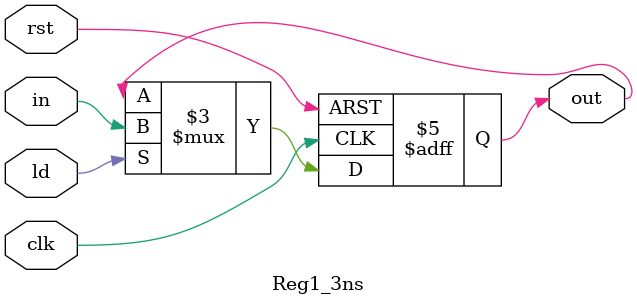
<source format=v>
`timescale 1ns/1ns
module Reg1_3ns(input clk, rst, ld, input  in, output reg out);
    always @(posedge clk, posedge rst) begin
        #3
        if(rst) out = 1'b0;
        else if(ld) out = in;
        else out = out;
    end
endmodule
</source>
